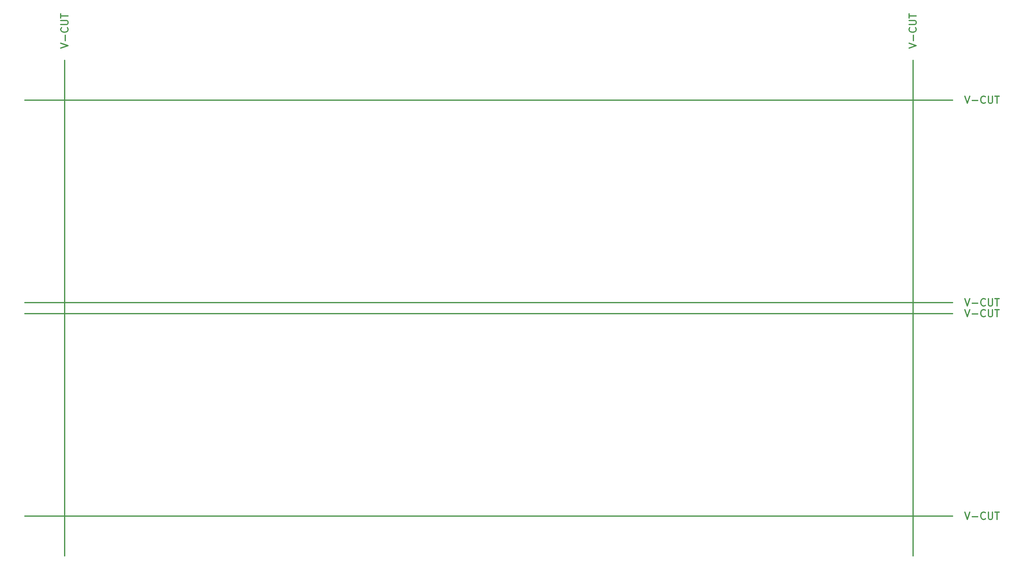
<source format=gbr>
%TF.GenerationSoftware,KiCad,Pcbnew,9.0.0+dfsg-1*%
%TF.CreationDate,2025-04-17T15:34:37+01:00*%
%TF.ProjectId,panel-16,70616e65-6c2d-4313-962e-6b696361645f,rev?*%
%TF.SameCoordinates,Original*%
%TF.FileFunction,Other,Comment*%
%FSLAX46Y46*%
G04 Gerber Fmt 4.6, Leading zero omitted, Abs format (unit mm)*
G04 Created by KiCad (PCBNEW 9.0.0+dfsg-1) date 2025-04-17 15:34:37*
%MOMM*%
%LPD*%
G01*
G04 APERTURE LIST*
%ADD10C,0.300000*%
G04 APERTURE END LIST*
D10*
X20310650Y-87000000D02*
X276689350Y-87000000D01*
X265690010Y-17000000D02*
X265690010Y-154000046D01*
X31310010Y-17000000D02*
X31310010Y-154000046D01*
X20310650Y-84000000D02*
X276689350Y-84000000D01*
X20310650Y-143000000D02*
X276689350Y-143000000D01*
X20310650Y-28000000D02*
X276689350Y-28000000D01*
X280077194Y-82909638D02*
X280743860Y-84909638D01*
X280743860Y-84909638D02*
X281410527Y-82909638D01*
X282077194Y-84147733D02*
X283601004Y-84147733D01*
X285696241Y-84719161D02*
X285601003Y-84814400D01*
X285601003Y-84814400D02*
X285315289Y-84909638D01*
X285315289Y-84909638D02*
X285124813Y-84909638D01*
X285124813Y-84909638D02*
X284839098Y-84814400D01*
X284839098Y-84814400D02*
X284648622Y-84623923D01*
X284648622Y-84623923D02*
X284553384Y-84433447D01*
X284553384Y-84433447D02*
X284458146Y-84052495D01*
X284458146Y-84052495D02*
X284458146Y-83766780D01*
X284458146Y-83766780D02*
X284553384Y-83385828D01*
X284553384Y-83385828D02*
X284648622Y-83195352D01*
X284648622Y-83195352D02*
X284839098Y-83004876D01*
X284839098Y-83004876D02*
X285124813Y-82909638D01*
X285124813Y-82909638D02*
X285315289Y-82909638D01*
X285315289Y-82909638D02*
X285601003Y-83004876D01*
X285601003Y-83004876D02*
X285696241Y-83100114D01*
X286553384Y-82909638D02*
X286553384Y-84528685D01*
X286553384Y-84528685D02*
X286648622Y-84719161D01*
X286648622Y-84719161D02*
X286743860Y-84814400D01*
X286743860Y-84814400D02*
X286934336Y-84909638D01*
X286934336Y-84909638D02*
X287315289Y-84909638D01*
X287315289Y-84909638D02*
X287505765Y-84814400D01*
X287505765Y-84814400D02*
X287601003Y-84719161D01*
X287601003Y-84719161D02*
X287696241Y-84528685D01*
X287696241Y-84528685D02*
X287696241Y-82909638D01*
X288362908Y-82909638D02*
X289505765Y-82909638D01*
X288934336Y-84909638D02*
X288934336Y-82909638D01*
X30219648Y-13612155D02*
X32219648Y-12945489D01*
X32219648Y-12945489D02*
X30219648Y-12278822D01*
X31457743Y-11612155D02*
X31457743Y-10088346D01*
X32029171Y-7993108D02*
X32124410Y-8088346D01*
X32124410Y-8088346D02*
X32219648Y-8374060D01*
X32219648Y-8374060D02*
X32219648Y-8564536D01*
X32219648Y-8564536D02*
X32124410Y-8850251D01*
X32124410Y-8850251D02*
X31933933Y-9040727D01*
X31933933Y-9040727D02*
X31743457Y-9135965D01*
X31743457Y-9135965D02*
X31362505Y-9231203D01*
X31362505Y-9231203D02*
X31076790Y-9231203D01*
X31076790Y-9231203D02*
X30695838Y-9135965D01*
X30695838Y-9135965D02*
X30505362Y-9040727D01*
X30505362Y-9040727D02*
X30314886Y-8850251D01*
X30314886Y-8850251D02*
X30219648Y-8564536D01*
X30219648Y-8564536D02*
X30219648Y-8374060D01*
X30219648Y-8374060D02*
X30314886Y-8088346D01*
X30314886Y-8088346D02*
X30410124Y-7993108D01*
X30219648Y-7135965D02*
X31838695Y-7135965D01*
X31838695Y-7135965D02*
X32029171Y-7040727D01*
X32029171Y-7040727D02*
X32124410Y-6945489D01*
X32124410Y-6945489D02*
X32219648Y-6755013D01*
X32219648Y-6755013D02*
X32219648Y-6374060D01*
X32219648Y-6374060D02*
X32124410Y-6183584D01*
X32124410Y-6183584D02*
X32029171Y-6088346D01*
X32029171Y-6088346D02*
X31838695Y-5993108D01*
X31838695Y-5993108D02*
X30219648Y-5993108D01*
X30219648Y-5326441D02*
X30219648Y-4183584D01*
X32219648Y-4755013D02*
X30219648Y-4755013D01*
X264599648Y-13612155D02*
X266599648Y-12945489D01*
X266599648Y-12945489D02*
X264599648Y-12278822D01*
X265837743Y-11612155D02*
X265837743Y-10088346D01*
X266409171Y-7993108D02*
X266504410Y-8088346D01*
X266504410Y-8088346D02*
X266599648Y-8374060D01*
X266599648Y-8374060D02*
X266599648Y-8564536D01*
X266599648Y-8564536D02*
X266504410Y-8850251D01*
X266504410Y-8850251D02*
X266313933Y-9040727D01*
X266313933Y-9040727D02*
X266123457Y-9135965D01*
X266123457Y-9135965D02*
X265742505Y-9231203D01*
X265742505Y-9231203D02*
X265456790Y-9231203D01*
X265456790Y-9231203D02*
X265075838Y-9135965D01*
X265075838Y-9135965D02*
X264885362Y-9040727D01*
X264885362Y-9040727D02*
X264694886Y-8850251D01*
X264694886Y-8850251D02*
X264599648Y-8564536D01*
X264599648Y-8564536D02*
X264599648Y-8374060D01*
X264599648Y-8374060D02*
X264694886Y-8088346D01*
X264694886Y-8088346D02*
X264790124Y-7993108D01*
X264599648Y-7135965D02*
X266218695Y-7135965D01*
X266218695Y-7135965D02*
X266409171Y-7040727D01*
X266409171Y-7040727D02*
X266504410Y-6945489D01*
X266504410Y-6945489D02*
X266599648Y-6755013D01*
X266599648Y-6755013D02*
X266599648Y-6374060D01*
X266599648Y-6374060D02*
X266504410Y-6183584D01*
X266504410Y-6183584D02*
X266409171Y-6088346D01*
X266409171Y-6088346D02*
X266218695Y-5993108D01*
X266218695Y-5993108D02*
X264599648Y-5993108D01*
X264599648Y-5326441D02*
X264599648Y-4183584D01*
X266599648Y-4755013D02*
X264599648Y-4755013D01*
X280077194Y-26909638D02*
X280743860Y-28909638D01*
X280743860Y-28909638D02*
X281410527Y-26909638D01*
X282077194Y-28147733D02*
X283601004Y-28147733D01*
X285696241Y-28719161D02*
X285601003Y-28814400D01*
X285601003Y-28814400D02*
X285315289Y-28909638D01*
X285315289Y-28909638D02*
X285124813Y-28909638D01*
X285124813Y-28909638D02*
X284839098Y-28814400D01*
X284839098Y-28814400D02*
X284648622Y-28623923D01*
X284648622Y-28623923D02*
X284553384Y-28433447D01*
X284553384Y-28433447D02*
X284458146Y-28052495D01*
X284458146Y-28052495D02*
X284458146Y-27766780D01*
X284458146Y-27766780D02*
X284553384Y-27385828D01*
X284553384Y-27385828D02*
X284648622Y-27195352D01*
X284648622Y-27195352D02*
X284839098Y-27004876D01*
X284839098Y-27004876D02*
X285124813Y-26909638D01*
X285124813Y-26909638D02*
X285315289Y-26909638D01*
X285315289Y-26909638D02*
X285601003Y-27004876D01*
X285601003Y-27004876D02*
X285696241Y-27100114D01*
X286553384Y-26909638D02*
X286553384Y-28528685D01*
X286553384Y-28528685D02*
X286648622Y-28719161D01*
X286648622Y-28719161D02*
X286743860Y-28814400D01*
X286743860Y-28814400D02*
X286934336Y-28909638D01*
X286934336Y-28909638D02*
X287315289Y-28909638D01*
X287315289Y-28909638D02*
X287505765Y-28814400D01*
X287505765Y-28814400D02*
X287601003Y-28719161D01*
X287601003Y-28719161D02*
X287696241Y-28528685D01*
X287696241Y-28528685D02*
X287696241Y-26909638D01*
X288362908Y-26909638D02*
X289505765Y-26909638D01*
X288934336Y-28909638D02*
X288934336Y-26909638D01*
X280077194Y-85909638D02*
X280743860Y-87909638D01*
X280743860Y-87909638D02*
X281410527Y-85909638D01*
X282077194Y-87147733D02*
X283601004Y-87147733D01*
X285696241Y-87719161D02*
X285601003Y-87814400D01*
X285601003Y-87814400D02*
X285315289Y-87909638D01*
X285315289Y-87909638D02*
X285124813Y-87909638D01*
X285124813Y-87909638D02*
X284839098Y-87814400D01*
X284839098Y-87814400D02*
X284648622Y-87623923D01*
X284648622Y-87623923D02*
X284553384Y-87433447D01*
X284553384Y-87433447D02*
X284458146Y-87052495D01*
X284458146Y-87052495D02*
X284458146Y-86766780D01*
X284458146Y-86766780D02*
X284553384Y-86385828D01*
X284553384Y-86385828D02*
X284648622Y-86195352D01*
X284648622Y-86195352D02*
X284839098Y-86004876D01*
X284839098Y-86004876D02*
X285124813Y-85909638D01*
X285124813Y-85909638D02*
X285315289Y-85909638D01*
X285315289Y-85909638D02*
X285601003Y-86004876D01*
X285601003Y-86004876D02*
X285696241Y-86100114D01*
X286553384Y-85909638D02*
X286553384Y-87528685D01*
X286553384Y-87528685D02*
X286648622Y-87719161D01*
X286648622Y-87719161D02*
X286743860Y-87814400D01*
X286743860Y-87814400D02*
X286934336Y-87909638D01*
X286934336Y-87909638D02*
X287315289Y-87909638D01*
X287315289Y-87909638D02*
X287505765Y-87814400D01*
X287505765Y-87814400D02*
X287601003Y-87719161D01*
X287601003Y-87719161D02*
X287696241Y-87528685D01*
X287696241Y-87528685D02*
X287696241Y-85909638D01*
X288362908Y-85909638D02*
X289505765Y-85909638D01*
X288934336Y-87909638D02*
X288934336Y-85909638D01*
X280077194Y-141909638D02*
X280743860Y-143909638D01*
X280743860Y-143909638D02*
X281410527Y-141909638D01*
X282077194Y-143147733D02*
X283601004Y-143147733D01*
X285696241Y-143719161D02*
X285601003Y-143814400D01*
X285601003Y-143814400D02*
X285315289Y-143909638D01*
X285315289Y-143909638D02*
X285124813Y-143909638D01*
X285124813Y-143909638D02*
X284839098Y-143814400D01*
X284839098Y-143814400D02*
X284648622Y-143623923D01*
X284648622Y-143623923D02*
X284553384Y-143433447D01*
X284553384Y-143433447D02*
X284458146Y-143052495D01*
X284458146Y-143052495D02*
X284458146Y-142766780D01*
X284458146Y-142766780D02*
X284553384Y-142385828D01*
X284553384Y-142385828D02*
X284648622Y-142195352D01*
X284648622Y-142195352D02*
X284839098Y-142004876D01*
X284839098Y-142004876D02*
X285124813Y-141909638D01*
X285124813Y-141909638D02*
X285315289Y-141909638D01*
X285315289Y-141909638D02*
X285601003Y-142004876D01*
X285601003Y-142004876D02*
X285696241Y-142100114D01*
X286553384Y-141909638D02*
X286553384Y-143528685D01*
X286553384Y-143528685D02*
X286648622Y-143719161D01*
X286648622Y-143719161D02*
X286743860Y-143814400D01*
X286743860Y-143814400D02*
X286934336Y-143909638D01*
X286934336Y-143909638D02*
X287315289Y-143909638D01*
X287315289Y-143909638D02*
X287505765Y-143814400D01*
X287505765Y-143814400D02*
X287601003Y-143719161D01*
X287601003Y-143719161D02*
X287696241Y-143528685D01*
X287696241Y-143528685D02*
X287696241Y-141909638D01*
X288362908Y-141909638D02*
X289505765Y-141909638D01*
X288934336Y-143909638D02*
X288934336Y-141909638D01*
M02*

</source>
